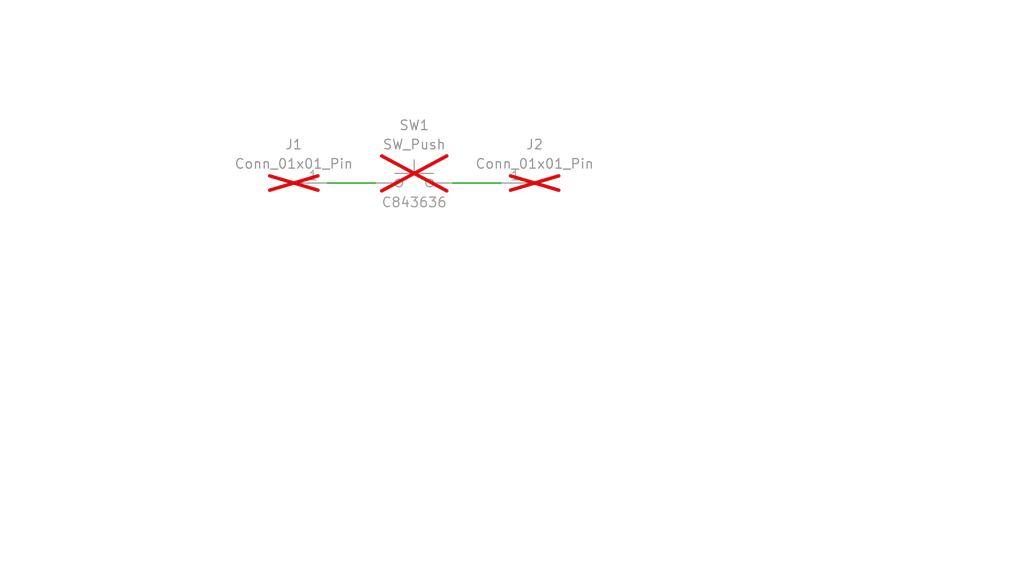
<source format=kicad_sch>
(kicad_sch (version 20230121) (generator eeschema)
  (paper "User" 135.001 75.0062)
  (lib_symbols
    (symbol "Connector:Conn_01x01_Pin" (pin_names (offset 1.016) hide)
      (property "Reference" "J" (at 0 2.54 0))
      (property "Value" "Conn_01x01_Pin" (at 0 -2.54 0))
      (symbol "Conn_01x01_Pin_1_1"
        (polyline (pts (xy 1.27 0) (xy 0.8636 0)) (stroke (width 0.1524)))
        (rectangle (start 0.8636 0.127) (end 0 -0.127) (stroke (width 0.1524)) (fill (type outline)))
        (pin passive line (at 5.08 0 180) (length 3.81) (name "Pin_1") (number "1"))
      )
    )
    (symbol "Switch:SW_Push" (pin_numbers hide) (pin_names (offset 1.016) hide)
      (property "Reference" "SW" (at 1.27 2.54 0))
      (property "Value" "SW_Push" (at 0 -1.524 0))
      (symbol "SW_Push_0_1"
        (circle (center -2.032 0) (radius 0.508))
        (polyline (pts (xy 0 1.27) (xy 0 3.048)))
        (polyline (pts (xy 2.54 1.27) (xy -2.54 1.27)))
        (circle (center 2.032 0) (radius 0.508))
        (pin passive line (at -5.08 0 0) (length 2.54) (name "1") (number "1"))
        (pin passive line (at 5.08 0 180) (length 2.54) (name "2") (number "2"))
      )
    )
  )
  (wire (pts (xy 43.18 24.13) (xy 49.53 24.13)))
  (wire (pts (xy 59.69 24.13) (xy 66.04 24.13)))
  (symbol (lib_id "Switch:SW_Push") (at 54.61 24.13 0) (mirror y) (unit 1) (in_bom no) (dnp yes)
    (property "Reference" "SW1" (at 54.61 16.51 0))
    (property "Value" "SW_Push" (at 54.61 19.05 0))
    (property "Footprint" "Button_Switch_SMD:SW_Push_1P1T_NO_6x6mm_H9.5mm" (effects hide))
    (property "MPN" "GT-TC089C-H075-L1" (effects hide))
    (property "LCSC" "C843636" (at 54.61 26.67 0))
  )
  (symbol (lib_id "Connector:Conn_01x01_Pin") (at 71.12 24.13 180) (unit 1) (in_bom no) (dnp yes)
    (property "Reference" "J2" (at 70.485 19.05 0))
    (property "Value" "Conn_01x01_Pin" (at 70.485 21.59 0))
    (property "Footprint" "Connector_PinHeader_1.27mm:PinHeader_1x01_P1.27mm_Vertical" (effects hide))
  )
  (symbol (lib_id "Connector:Conn_01x01_Pin") (at 38.1 24.13 0) (unit 1) (in_bom no) (dnp yes)
    (property "Reference" "J1" (at 38.735 19.05 0))
    (property "Value" "Conn_01x01_Pin" (at 38.735 21.59 0))
    (property "Footprint" "Connector_PinHeader_1.27mm:PinHeader_1x01_P1.27mm_Vertical" (effects hide))
  )
)
</source>
